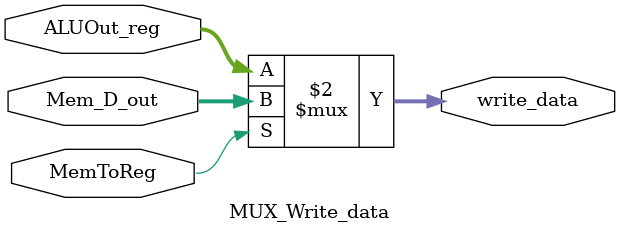
<source format=v>
`timescale 1ns / 1ps
module MUX_Write_data( Mem_D_out, ALUOut_reg, MemToReg, write_data
    );
	 
	 input [31:0] Mem_D_out, ALUOut_reg;
	 input MemToReg;
	 output [31:0] write_data;
	 
	 assign write_data = (MemToReg == 1'b0) ? ALUOut_reg : Mem_D_out;


endmodule

</source>
